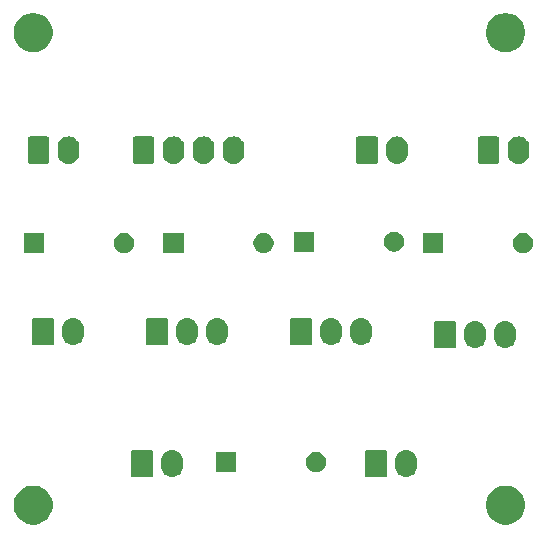
<source format=gbr>
G04 #@! TF.GenerationSoftware,KiCad,Pcbnew,(5.1.5-0-10_14)*
G04 #@! TF.CreationDate,2021-02-06T11:34:29+10:00*
G04 #@! TF.ProjectId,OH - Left Console 5 - Fuel Panel,4f48202d-204c-4656-9674-20436f6e736f,rev?*
G04 #@! TF.SameCoordinates,Original*
G04 #@! TF.FileFunction,Soldermask,Top*
G04 #@! TF.FilePolarity,Negative*
%FSLAX46Y46*%
G04 Gerber Fmt 4.6, Leading zero omitted, Abs format (unit mm)*
G04 Created by KiCad (PCBNEW (5.1.5-0-10_14)) date 2021-02-06 11:34:29*
%MOMM*%
%LPD*%
G04 APERTURE LIST*
%ADD10C,0.100000*%
G04 APERTURE END LIST*
D10*
G36*
X140375256Y-88391298D02*
G01*
X140481579Y-88412447D01*
X140782042Y-88536903D01*
X141052451Y-88717585D01*
X141282415Y-88947549D01*
X141463097Y-89217958D01*
X141587553Y-89518421D01*
X141651000Y-89837391D01*
X141651000Y-90162609D01*
X141587553Y-90481579D01*
X141463097Y-90782042D01*
X141282415Y-91052451D01*
X141052451Y-91282415D01*
X140782042Y-91463097D01*
X140481579Y-91587553D01*
X140375256Y-91608702D01*
X140162611Y-91651000D01*
X139837389Y-91651000D01*
X139624744Y-91608702D01*
X139518421Y-91587553D01*
X139217958Y-91463097D01*
X138947549Y-91282415D01*
X138717585Y-91052451D01*
X138536903Y-90782042D01*
X138412447Y-90481579D01*
X138349000Y-90162609D01*
X138349000Y-89837391D01*
X138412447Y-89518421D01*
X138536903Y-89217958D01*
X138717585Y-88947549D01*
X138947549Y-88717585D01*
X139217958Y-88536903D01*
X139518421Y-88412447D01*
X139624744Y-88391298D01*
X139837389Y-88349000D01*
X140162611Y-88349000D01*
X140375256Y-88391298D01*
G37*
G36*
X100375256Y-88391298D02*
G01*
X100481579Y-88412447D01*
X100782042Y-88536903D01*
X101052451Y-88717585D01*
X101282415Y-88947549D01*
X101463097Y-89217958D01*
X101587553Y-89518421D01*
X101651000Y-89837391D01*
X101651000Y-90162609D01*
X101587553Y-90481579D01*
X101463097Y-90782042D01*
X101282415Y-91052451D01*
X101052451Y-91282415D01*
X100782042Y-91463097D01*
X100481579Y-91587553D01*
X100375256Y-91608702D01*
X100162611Y-91651000D01*
X99837389Y-91651000D01*
X99624744Y-91608702D01*
X99518421Y-91587553D01*
X99217958Y-91463097D01*
X98947549Y-91282415D01*
X98717585Y-91052451D01*
X98536903Y-90782042D01*
X98412447Y-90481579D01*
X98349000Y-90162609D01*
X98349000Y-89837391D01*
X98412447Y-89518421D01*
X98536903Y-89217958D01*
X98717585Y-88947549D01*
X98947549Y-88717585D01*
X99217958Y-88536903D01*
X99518421Y-88412447D01*
X99624744Y-88391298D01*
X99837389Y-88349000D01*
X100162611Y-88349000D01*
X100375256Y-88391298D01*
G37*
G36*
X131752547Y-85349326D02*
G01*
X131926156Y-85401990D01*
X131926158Y-85401991D01*
X132086155Y-85487511D01*
X132226397Y-85602603D01*
X132305495Y-85698985D01*
X132341489Y-85742844D01*
X132427010Y-85902843D01*
X132479674Y-86076452D01*
X132493000Y-86211756D01*
X132493000Y-86762243D01*
X132479674Y-86897548D01*
X132427010Y-87071157D01*
X132341489Y-87231156D01*
X132305729Y-87274729D01*
X132226397Y-87371397D01*
X132129729Y-87450729D01*
X132086156Y-87486489D01*
X131926157Y-87572010D01*
X131752548Y-87624674D01*
X131572000Y-87642456D01*
X131391453Y-87624674D01*
X131217844Y-87572010D01*
X131057845Y-87486489D01*
X131014272Y-87450729D01*
X130917604Y-87371397D01*
X130802513Y-87231157D01*
X130802512Y-87231155D01*
X130716990Y-87071157D01*
X130664326Y-86897548D01*
X130651000Y-86762244D01*
X130651000Y-86211757D01*
X130664326Y-86076453D01*
X130716990Y-85902844D01*
X130802511Y-85742845D01*
X130802512Y-85742844D01*
X130917603Y-85602603D01*
X131043388Y-85499375D01*
X131057844Y-85487511D01*
X131217843Y-85401990D01*
X131391452Y-85349326D01*
X131572000Y-85331544D01*
X131752547Y-85349326D01*
G37*
G36*
X111940547Y-85349326D02*
G01*
X112114156Y-85401990D01*
X112114158Y-85401991D01*
X112274155Y-85487511D01*
X112414397Y-85602603D01*
X112493495Y-85698985D01*
X112529489Y-85742844D01*
X112615010Y-85902843D01*
X112667674Y-86076452D01*
X112681000Y-86211756D01*
X112681000Y-86762243D01*
X112667674Y-86897548D01*
X112615010Y-87071157D01*
X112529489Y-87231156D01*
X112493729Y-87274729D01*
X112414397Y-87371397D01*
X112317729Y-87450729D01*
X112274156Y-87486489D01*
X112114157Y-87572010D01*
X111940548Y-87624674D01*
X111760000Y-87642456D01*
X111579453Y-87624674D01*
X111405844Y-87572010D01*
X111245845Y-87486489D01*
X111202272Y-87450729D01*
X111105604Y-87371397D01*
X110990513Y-87231157D01*
X110990512Y-87231155D01*
X110904990Y-87071157D01*
X110852326Y-86897548D01*
X110839000Y-86762244D01*
X110839000Y-86211757D01*
X110852326Y-86076453D01*
X110904990Y-85902844D01*
X110990511Y-85742845D01*
X110990512Y-85742844D01*
X111105603Y-85602603D01*
X111231388Y-85499375D01*
X111245844Y-85487511D01*
X111405843Y-85401990D01*
X111579452Y-85349326D01*
X111760000Y-85331544D01*
X111940547Y-85349326D01*
G37*
G36*
X109999561Y-85339966D02*
G01*
X110032383Y-85349923D01*
X110062632Y-85366092D01*
X110089148Y-85387852D01*
X110110908Y-85414368D01*
X110127077Y-85444617D01*
X110137034Y-85477439D01*
X110141000Y-85517713D01*
X110141000Y-87456287D01*
X110137034Y-87496561D01*
X110127077Y-87529383D01*
X110110908Y-87559632D01*
X110089148Y-87586148D01*
X110062632Y-87607908D01*
X110032383Y-87624077D01*
X109999561Y-87634034D01*
X109959287Y-87638000D01*
X108480713Y-87638000D01*
X108440439Y-87634034D01*
X108407617Y-87624077D01*
X108377368Y-87607908D01*
X108350852Y-87586148D01*
X108329092Y-87559632D01*
X108312923Y-87529383D01*
X108302966Y-87496561D01*
X108299000Y-87456287D01*
X108299000Y-85517713D01*
X108302966Y-85477439D01*
X108312923Y-85444617D01*
X108329092Y-85414368D01*
X108350852Y-85387852D01*
X108377368Y-85366092D01*
X108407617Y-85349923D01*
X108440439Y-85339966D01*
X108480713Y-85336000D01*
X109959287Y-85336000D01*
X109999561Y-85339966D01*
G37*
G36*
X129811561Y-85339966D02*
G01*
X129844383Y-85349923D01*
X129874632Y-85366092D01*
X129901148Y-85387852D01*
X129922908Y-85414368D01*
X129939077Y-85444617D01*
X129949034Y-85477439D01*
X129953000Y-85517713D01*
X129953000Y-87456287D01*
X129949034Y-87496561D01*
X129939077Y-87529383D01*
X129922908Y-87559632D01*
X129901148Y-87586148D01*
X129874632Y-87607908D01*
X129844383Y-87624077D01*
X129811561Y-87634034D01*
X129771287Y-87638000D01*
X128292713Y-87638000D01*
X128252439Y-87634034D01*
X128219617Y-87624077D01*
X128189368Y-87607908D01*
X128162852Y-87586148D01*
X128141092Y-87559632D01*
X128124923Y-87529383D01*
X128114966Y-87496561D01*
X128111000Y-87456287D01*
X128111000Y-85517713D01*
X128114966Y-85477439D01*
X128124923Y-85444617D01*
X128141092Y-85414368D01*
X128162852Y-85387852D01*
X128189368Y-85366092D01*
X128219617Y-85349923D01*
X128252439Y-85339966D01*
X128292713Y-85336000D01*
X129771287Y-85336000D01*
X129811561Y-85339966D01*
G37*
G36*
X124200228Y-85541703D02*
G01*
X124355100Y-85605853D01*
X124494481Y-85698985D01*
X124613015Y-85817519D01*
X124706147Y-85956900D01*
X124770297Y-86111772D01*
X124803000Y-86276184D01*
X124803000Y-86443816D01*
X124770297Y-86608228D01*
X124706147Y-86763100D01*
X124613015Y-86902481D01*
X124494481Y-87021015D01*
X124355100Y-87114147D01*
X124200228Y-87178297D01*
X124035816Y-87211000D01*
X123868184Y-87211000D01*
X123703772Y-87178297D01*
X123548900Y-87114147D01*
X123409519Y-87021015D01*
X123290985Y-86902481D01*
X123197853Y-86763100D01*
X123133703Y-86608228D01*
X123101000Y-86443816D01*
X123101000Y-86276184D01*
X123133703Y-86111772D01*
X123197853Y-85956900D01*
X123290985Y-85817519D01*
X123409519Y-85698985D01*
X123548900Y-85605853D01*
X123703772Y-85541703D01*
X123868184Y-85509000D01*
X124035816Y-85509000D01*
X124200228Y-85541703D01*
G37*
G36*
X117183000Y-87211000D02*
G01*
X115481000Y-87211000D01*
X115481000Y-85509000D01*
X117183000Y-85509000D01*
X117183000Y-87211000D01*
G37*
G36*
X140134547Y-74427326D02*
G01*
X140308156Y-74479990D01*
X140308158Y-74479991D01*
X140468155Y-74565511D01*
X140608397Y-74680603D01*
X140646345Y-74726844D01*
X140723489Y-74820844D01*
X140809010Y-74980843D01*
X140861674Y-75154452D01*
X140875000Y-75289756D01*
X140875000Y-75840243D01*
X140861674Y-75975548D01*
X140809010Y-76149157D01*
X140723489Y-76309156D01*
X140694581Y-76344380D01*
X140608397Y-76449397D01*
X140511729Y-76528729D01*
X140468156Y-76564489D01*
X140308157Y-76650010D01*
X140134548Y-76702674D01*
X139954000Y-76720456D01*
X139773453Y-76702674D01*
X139599844Y-76650010D01*
X139439845Y-76564489D01*
X139396272Y-76528729D01*
X139299604Y-76449397D01*
X139184513Y-76309157D01*
X139184512Y-76309155D01*
X139098990Y-76149157D01*
X139046326Y-75975548D01*
X139033000Y-75840244D01*
X139033000Y-75289757D01*
X139046326Y-75154453D01*
X139098990Y-74980844D01*
X139184511Y-74820845D01*
X139184512Y-74820844D01*
X139299603Y-74680603D01*
X139438219Y-74566845D01*
X139439844Y-74565511D01*
X139599843Y-74479990D01*
X139773452Y-74427326D01*
X139954000Y-74409544D01*
X140134547Y-74427326D01*
G37*
G36*
X137594547Y-74427326D02*
G01*
X137768156Y-74479990D01*
X137768158Y-74479991D01*
X137928155Y-74565511D01*
X138068397Y-74680603D01*
X138106345Y-74726844D01*
X138183489Y-74820844D01*
X138269010Y-74980843D01*
X138321674Y-75154452D01*
X138335000Y-75289756D01*
X138335000Y-75840243D01*
X138321674Y-75975548D01*
X138269010Y-76149157D01*
X138183489Y-76309156D01*
X138154581Y-76344380D01*
X138068397Y-76449397D01*
X137971729Y-76528729D01*
X137928156Y-76564489D01*
X137768157Y-76650010D01*
X137594548Y-76702674D01*
X137414000Y-76720456D01*
X137233453Y-76702674D01*
X137059844Y-76650010D01*
X136899845Y-76564489D01*
X136856272Y-76528729D01*
X136759604Y-76449397D01*
X136644513Y-76309157D01*
X136644512Y-76309155D01*
X136558990Y-76149157D01*
X136506326Y-75975548D01*
X136493000Y-75840244D01*
X136493000Y-75289757D01*
X136506326Y-75154453D01*
X136558990Y-74980844D01*
X136644511Y-74820845D01*
X136644512Y-74820844D01*
X136759603Y-74680603D01*
X136898219Y-74566845D01*
X136899844Y-74565511D01*
X137059843Y-74479990D01*
X137233452Y-74427326D01*
X137414000Y-74409544D01*
X137594547Y-74427326D01*
G37*
G36*
X135653561Y-74417966D02*
G01*
X135686383Y-74427923D01*
X135716632Y-74444092D01*
X135743148Y-74465852D01*
X135764908Y-74492368D01*
X135781077Y-74522617D01*
X135791034Y-74555439D01*
X135795000Y-74595713D01*
X135795000Y-76534287D01*
X135791034Y-76574561D01*
X135781077Y-76607383D01*
X135764908Y-76637632D01*
X135743148Y-76664148D01*
X135716632Y-76685908D01*
X135686383Y-76702077D01*
X135653561Y-76712034D01*
X135613287Y-76716000D01*
X134134713Y-76716000D01*
X134094439Y-76712034D01*
X134061617Y-76702077D01*
X134031368Y-76685908D01*
X134004852Y-76664148D01*
X133983092Y-76637632D01*
X133966923Y-76607383D01*
X133956966Y-76574561D01*
X133953000Y-76534287D01*
X133953000Y-74595713D01*
X133956966Y-74555439D01*
X133966923Y-74522617D01*
X133983092Y-74492368D01*
X134004852Y-74465852D01*
X134031368Y-74444092D01*
X134061617Y-74427923D01*
X134094439Y-74417966D01*
X134134713Y-74414000D01*
X135613287Y-74414000D01*
X135653561Y-74417966D01*
G37*
G36*
X125402547Y-74173326D02*
G01*
X125576156Y-74225990D01*
X125576158Y-74225991D01*
X125736155Y-74311511D01*
X125876397Y-74426603D01*
X125929668Y-74491515D01*
X125991489Y-74566844D01*
X126077010Y-74726843D01*
X126129674Y-74900452D01*
X126143000Y-75035756D01*
X126143000Y-75586243D01*
X126129674Y-75721548D01*
X126077010Y-75895157D01*
X125991489Y-76055156D01*
X125955729Y-76098729D01*
X125876397Y-76195397D01*
X125779729Y-76274729D01*
X125736156Y-76310489D01*
X125576157Y-76396010D01*
X125402548Y-76448674D01*
X125222000Y-76466456D01*
X125041453Y-76448674D01*
X124867844Y-76396010D01*
X124707845Y-76310489D01*
X124664272Y-76274729D01*
X124567604Y-76195397D01*
X124452513Y-76055157D01*
X124452512Y-76055155D01*
X124366990Y-75895157D01*
X124314326Y-75721548D01*
X124301000Y-75586244D01*
X124301000Y-75035757D01*
X124314326Y-74900453D01*
X124366990Y-74726844D01*
X124452511Y-74566845D01*
X124481419Y-74531620D01*
X124567603Y-74426603D01*
X124693388Y-74323375D01*
X124707844Y-74311511D01*
X124867843Y-74225990D01*
X125041452Y-74173326D01*
X125222000Y-74155544D01*
X125402547Y-74173326D01*
G37*
G36*
X127942547Y-74173326D02*
G01*
X128116156Y-74225990D01*
X128116158Y-74225991D01*
X128276155Y-74311511D01*
X128416397Y-74426603D01*
X128469668Y-74491515D01*
X128531489Y-74566844D01*
X128617010Y-74726843D01*
X128669674Y-74900452D01*
X128683000Y-75035756D01*
X128683000Y-75586243D01*
X128669674Y-75721548D01*
X128617010Y-75895157D01*
X128531489Y-76055156D01*
X128495729Y-76098729D01*
X128416397Y-76195397D01*
X128319729Y-76274729D01*
X128276156Y-76310489D01*
X128116157Y-76396010D01*
X127942548Y-76448674D01*
X127762000Y-76466456D01*
X127581453Y-76448674D01*
X127407844Y-76396010D01*
X127247845Y-76310489D01*
X127204272Y-76274729D01*
X127107604Y-76195397D01*
X126992513Y-76055157D01*
X126992512Y-76055155D01*
X126906990Y-75895157D01*
X126854326Y-75721548D01*
X126841000Y-75586244D01*
X126841000Y-75035757D01*
X126854326Y-74900453D01*
X126906990Y-74726844D01*
X126992511Y-74566845D01*
X127021419Y-74531620D01*
X127107603Y-74426603D01*
X127233388Y-74323375D01*
X127247844Y-74311511D01*
X127407843Y-74225990D01*
X127581452Y-74173326D01*
X127762000Y-74155544D01*
X127942547Y-74173326D01*
G37*
G36*
X103558547Y-74173326D02*
G01*
X103732156Y-74225990D01*
X103732158Y-74225991D01*
X103892155Y-74311511D01*
X104032397Y-74426603D01*
X104085668Y-74491515D01*
X104147489Y-74566844D01*
X104233010Y-74726843D01*
X104285674Y-74900452D01*
X104299000Y-75035756D01*
X104299000Y-75586243D01*
X104285674Y-75721548D01*
X104233010Y-75895157D01*
X104147489Y-76055156D01*
X104111729Y-76098729D01*
X104032397Y-76195397D01*
X103935729Y-76274729D01*
X103892156Y-76310489D01*
X103732157Y-76396010D01*
X103558548Y-76448674D01*
X103378000Y-76466456D01*
X103197453Y-76448674D01*
X103023844Y-76396010D01*
X102863845Y-76310489D01*
X102820272Y-76274729D01*
X102723604Y-76195397D01*
X102608513Y-76055157D01*
X102608512Y-76055155D01*
X102522990Y-75895157D01*
X102470326Y-75721548D01*
X102457000Y-75586244D01*
X102457000Y-75035757D01*
X102470326Y-74900453D01*
X102522990Y-74726844D01*
X102608511Y-74566845D01*
X102637419Y-74531620D01*
X102723603Y-74426603D01*
X102849388Y-74323375D01*
X102863844Y-74311511D01*
X103023843Y-74225990D01*
X103197452Y-74173326D01*
X103378000Y-74155544D01*
X103558547Y-74173326D01*
G37*
G36*
X113210547Y-74173326D02*
G01*
X113384156Y-74225990D01*
X113384158Y-74225991D01*
X113544155Y-74311511D01*
X113684397Y-74426603D01*
X113737668Y-74491515D01*
X113799489Y-74566844D01*
X113885010Y-74726843D01*
X113937674Y-74900452D01*
X113951000Y-75035756D01*
X113951000Y-75586243D01*
X113937674Y-75721548D01*
X113885010Y-75895157D01*
X113799489Y-76055156D01*
X113763729Y-76098729D01*
X113684397Y-76195397D01*
X113587729Y-76274729D01*
X113544156Y-76310489D01*
X113384157Y-76396010D01*
X113210548Y-76448674D01*
X113030000Y-76466456D01*
X112849453Y-76448674D01*
X112675844Y-76396010D01*
X112515845Y-76310489D01*
X112472272Y-76274729D01*
X112375604Y-76195397D01*
X112260513Y-76055157D01*
X112260512Y-76055155D01*
X112174990Y-75895157D01*
X112122326Y-75721548D01*
X112109000Y-75586244D01*
X112109000Y-75035757D01*
X112122326Y-74900453D01*
X112174990Y-74726844D01*
X112260511Y-74566845D01*
X112289419Y-74531620D01*
X112375603Y-74426603D01*
X112501388Y-74323375D01*
X112515844Y-74311511D01*
X112675843Y-74225990D01*
X112849452Y-74173326D01*
X113030000Y-74155544D01*
X113210547Y-74173326D01*
G37*
G36*
X115750547Y-74173326D02*
G01*
X115924156Y-74225990D01*
X115924158Y-74225991D01*
X116084155Y-74311511D01*
X116224397Y-74426603D01*
X116277668Y-74491515D01*
X116339489Y-74566844D01*
X116425010Y-74726843D01*
X116477674Y-74900452D01*
X116491000Y-75035756D01*
X116491000Y-75586243D01*
X116477674Y-75721548D01*
X116425010Y-75895157D01*
X116339489Y-76055156D01*
X116303729Y-76098729D01*
X116224397Y-76195397D01*
X116127729Y-76274729D01*
X116084156Y-76310489D01*
X115924157Y-76396010D01*
X115750548Y-76448674D01*
X115570000Y-76466456D01*
X115389453Y-76448674D01*
X115215844Y-76396010D01*
X115055845Y-76310489D01*
X115012272Y-76274729D01*
X114915604Y-76195397D01*
X114800513Y-76055157D01*
X114800512Y-76055155D01*
X114714990Y-75895157D01*
X114662326Y-75721548D01*
X114649000Y-75586244D01*
X114649000Y-75035757D01*
X114662326Y-74900453D01*
X114714990Y-74726844D01*
X114800511Y-74566845D01*
X114829419Y-74531620D01*
X114915603Y-74426603D01*
X115041388Y-74323375D01*
X115055844Y-74311511D01*
X115215843Y-74225990D01*
X115389452Y-74173326D01*
X115570000Y-74155544D01*
X115750547Y-74173326D01*
G37*
G36*
X111269561Y-74163966D02*
G01*
X111302383Y-74173923D01*
X111332632Y-74190092D01*
X111359148Y-74211852D01*
X111380908Y-74238368D01*
X111397077Y-74268617D01*
X111407034Y-74301439D01*
X111411000Y-74341713D01*
X111411000Y-76280287D01*
X111407034Y-76320561D01*
X111397077Y-76353383D01*
X111380908Y-76383632D01*
X111359148Y-76410148D01*
X111332632Y-76431908D01*
X111302383Y-76448077D01*
X111269561Y-76458034D01*
X111229287Y-76462000D01*
X109750713Y-76462000D01*
X109710439Y-76458034D01*
X109677617Y-76448077D01*
X109647368Y-76431908D01*
X109620852Y-76410148D01*
X109599092Y-76383632D01*
X109582923Y-76353383D01*
X109572966Y-76320561D01*
X109569000Y-76280287D01*
X109569000Y-74341713D01*
X109572966Y-74301439D01*
X109582923Y-74268617D01*
X109599092Y-74238368D01*
X109620852Y-74211852D01*
X109647368Y-74190092D01*
X109677617Y-74173923D01*
X109710439Y-74163966D01*
X109750713Y-74160000D01*
X111229287Y-74160000D01*
X111269561Y-74163966D01*
G37*
G36*
X101617561Y-74163966D02*
G01*
X101650383Y-74173923D01*
X101680632Y-74190092D01*
X101707148Y-74211852D01*
X101728908Y-74238368D01*
X101745077Y-74268617D01*
X101755034Y-74301439D01*
X101759000Y-74341713D01*
X101759000Y-76280287D01*
X101755034Y-76320561D01*
X101745077Y-76353383D01*
X101728908Y-76383632D01*
X101707148Y-76410148D01*
X101680632Y-76431908D01*
X101650383Y-76448077D01*
X101617561Y-76458034D01*
X101577287Y-76462000D01*
X100098713Y-76462000D01*
X100058439Y-76458034D01*
X100025617Y-76448077D01*
X99995368Y-76431908D01*
X99968852Y-76410148D01*
X99947092Y-76383632D01*
X99930923Y-76353383D01*
X99920966Y-76320561D01*
X99917000Y-76280287D01*
X99917000Y-74341713D01*
X99920966Y-74301439D01*
X99930923Y-74268617D01*
X99947092Y-74238368D01*
X99968852Y-74211852D01*
X99995368Y-74190092D01*
X100025617Y-74173923D01*
X100058439Y-74163966D01*
X100098713Y-74160000D01*
X101577287Y-74160000D01*
X101617561Y-74163966D01*
G37*
G36*
X123461561Y-74163966D02*
G01*
X123494383Y-74173923D01*
X123524632Y-74190092D01*
X123551148Y-74211852D01*
X123572908Y-74238368D01*
X123589077Y-74268617D01*
X123599034Y-74301439D01*
X123603000Y-74341713D01*
X123603000Y-76280287D01*
X123599034Y-76320561D01*
X123589077Y-76353383D01*
X123572908Y-76383632D01*
X123551148Y-76410148D01*
X123524632Y-76431908D01*
X123494383Y-76448077D01*
X123461561Y-76458034D01*
X123421287Y-76462000D01*
X121942713Y-76462000D01*
X121902439Y-76458034D01*
X121869617Y-76448077D01*
X121839368Y-76431908D01*
X121812852Y-76410148D01*
X121791092Y-76383632D01*
X121774923Y-76353383D01*
X121764966Y-76320561D01*
X121761000Y-76280287D01*
X121761000Y-74341713D01*
X121764966Y-74301439D01*
X121774923Y-74268617D01*
X121791092Y-74238368D01*
X121812852Y-74211852D01*
X121839368Y-74190092D01*
X121869617Y-74173923D01*
X121902439Y-74163966D01*
X121942713Y-74160000D01*
X123421287Y-74160000D01*
X123461561Y-74163966D01*
G37*
G36*
X134709000Y-68669000D02*
G01*
X133007000Y-68669000D01*
X133007000Y-66967000D01*
X134709000Y-66967000D01*
X134709000Y-68669000D01*
G37*
G36*
X112738000Y-68669000D02*
G01*
X111036000Y-68669000D01*
X111036000Y-66967000D01*
X112738000Y-66967000D01*
X112738000Y-68669000D01*
G37*
G36*
X119755228Y-66999703D02*
G01*
X119910100Y-67063853D01*
X120049481Y-67156985D01*
X120168015Y-67275519D01*
X120261147Y-67414900D01*
X120325297Y-67569772D01*
X120358000Y-67734184D01*
X120358000Y-67901816D01*
X120325297Y-68066228D01*
X120261147Y-68221100D01*
X120168015Y-68360481D01*
X120049481Y-68479015D01*
X119910100Y-68572147D01*
X119755228Y-68636297D01*
X119590816Y-68669000D01*
X119423184Y-68669000D01*
X119258772Y-68636297D01*
X119103900Y-68572147D01*
X118964519Y-68479015D01*
X118845985Y-68360481D01*
X118752853Y-68221100D01*
X118688703Y-68066228D01*
X118656000Y-67901816D01*
X118656000Y-67734184D01*
X118688703Y-67569772D01*
X118752853Y-67414900D01*
X118845985Y-67275519D01*
X118964519Y-67156985D01*
X119103900Y-67063853D01*
X119258772Y-66999703D01*
X119423184Y-66967000D01*
X119590816Y-66967000D01*
X119755228Y-66999703D01*
G37*
G36*
X100927000Y-68669000D02*
G01*
X99225000Y-68669000D01*
X99225000Y-66967000D01*
X100927000Y-66967000D01*
X100927000Y-68669000D01*
G37*
G36*
X107944228Y-66999703D02*
G01*
X108099100Y-67063853D01*
X108238481Y-67156985D01*
X108357015Y-67275519D01*
X108450147Y-67414900D01*
X108514297Y-67569772D01*
X108547000Y-67734184D01*
X108547000Y-67901816D01*
X108514297Y-68066228D01*
X108450147Y-68221100D01*
X108357015Y-68360481D01*
X108238481Y-68479015D01*
X108099100Y-68572147D01*
X107944228Y-68636297D01*
X107779816Y-68669000D01*
X107612184Y-68669000D01*
X107447772Y-68636297D01*
X107292900Y-68572147D01*
X107153519Y-68479015D01*
X107034985Y-68360481D01*
X106941853Y-68221100D01*
X106877703Y-68066228D01*
X106845000Y-67901816D01*
X106845000Y-67734184D01*
X106877703Y-67569772D01*
X106941853Y-67414900D01*
X107034985Y-67275519D01*
X107153519Y-67156985D01*
X107292900Y-67063853D01*
X107447772Y-66999703D01*
X107612184Y-66967000D01*
X107779816Y-66967000D01*
X107944228Y-66999703D01*
G37*
G36*
X141726228Y-66999703D02*
G01*
X141881100Y-67063853D01*
X142020481Y-67156985D01*
X142139015Y-67275519D01*
X142232147Y-67414900D01*
X142296297Y-67569772D01*
X142329000Y-67734184D01*
X142329000Y-67901816D01*
X142296297Y-68066228D01*
X142232147Y-68221100D01*
X142139015Y-68360481D01*
X142020481Y-68479015D01*
X141881100Y-68572147D01*
X141726228Y-68636297D01*
X141561816Y-68669000D01*
X141394184Y-68669000D01*
X141229772Y-68636297D01*
X141074900Y-68572147D01*
X140935519Y-68479015D01*
X140816985Y-68360481D01*
X140723853Y-68221100D01*
X140659703Y-68066228D01*
X140627000Y-67901816D01*
X140627000Y-67734184D01*
X140659703Y-67569772D01*
X140723853Y-67414900D01*
X140816985Y-67275519D01*
X140935519Y-67156985D01*
X141074900Y-67063853D01*
X141229772Y-66999703D01*
X141394184Y-66967000D01*
X141561816Y-66967000D01*
X141726228Y-66999703D01*
G37*
G36*
X123787000Y-68542000D02*
G01*
X122085000Y-68542000D01*
X122085000Y-66840000D01*
X123787000Y-66840000D01*
X123787000Y-68542000D01*
G37*
G36*
X130804228Y-66872703D02*
G01*
X130959100Y-66936853D01*
X131098481Y-67029985D01*
X131217015Y-67148519D01*
X131310147Y-67287900D01*
X131374297Y-67442772D01*
X131407000Y-67607184D01*
X131407000Y-67774816D01*
X131374297Y-67939228D01*
X131310147Y-68094100D01*
X131217015Y-68233481D01*
X131098481Y-68352015D01*
X130959100Y-68445147D01*
X130804228Y-68509297D01*
X130639816Y-68542000D01*
X130472184Y-68542000D01*
X130307772Y-68509297D01*
X130152900Y-68445147D01*
X130013519Y-68352015D01*
X129894985Y-68233481D01*
X129801853Y-68094100D01*
X129737703Y-67939228D01*
X129705000Y-67774816D01*
X129705000Y-67607184D01*
X129737703Y-67442772D01*
X129801853Y-67287900D01*
X129894985Y-67148519D01*
X130013519Y-67029985D01*
X130152900Y-66936853D01*
X130307772Y-66872703D01*
X130472184Y-66840000D01*
X130639816Y-66840000D01*
X130804228Y-66872703D01*
G37*
G36*
X112067547Y-58806326D02*
G01*
X112241156Y-58858990D01*
X112241158Y-58858991D01*
X112401155Y-58944511D01*
X112541397Y-59059603D01*
X112620729Y-59156271D01*
X112656489Y-59199844D01*
X112742010Y-59359843D01*
X112794674Y-59533452D01*
X112808000Y-59668756D01*
X112808000Y-60219243D01*
X112794674Y-60354548D01*
X112742010Y-60528157D01*
X112656489Y-60688156D01*
X112620729Y-60731729D01*
X112541397Y-60828397D01*
X112444729Y-60907729D01*
X112401156Y-60943489D01*
X112241157Y-61029010D01*
X112067548Y-61081674D01*
X111887000Y-61099456D01*
X111706453Y-61081674D01*
X111532844Y-61029010D01*
X111372845Y-60943489D01*
X111329272Y-60907729D01*
X111232604Y-60828397D01*
X111117513Y-60688157D01*
X111117512Y-60688155D01*
X111031990Y-60528157D01*
X110979326Y-60354548D01*
X110966000Y-60219244D01*
X110966000Y-59668757D01*
X110979326Y-59533453D01*
X111031990Y-59359844D01*
X111117511Y-59199845D01*
X111117512Y-59199844D01*
X111232603Y-59059603D01*
X111358388Y-58956375D01*
X111372844Y-58944511D01*
X111532843Y-58858990D01*
X111706452Y-58806326D01*
X111887000Y-58788544D01*
X112067547Y-58806326D01*
G37*
G36*
X103177547Y-58806326D02*
G01*
X103351156Y-58858990D01*
X103351158Y-58858991D01*
X103511155Y-58944511D01*
X103651397Y-59059603D01*
X103730729Y-59156271D01*
X103766489Y-59199844D01*
X103852010Y-59359843D01*
X103904674Y-59533452D01*
X103918000Y-59668756D01*
X103918000Y-60219243D01*
X103904674Y-60354548D01*
X103852010Y-60528157D01*
X103766489Y-60688156D01*
X103730729Y-60731729D01*
X103651397Y-60828397D01*
X103554729Y-60907729D01*
X103511156Y-60943489D01*
X103351157Y-61029010D01*
X103177548Y-61081674D01*
X102997000Y-61099456D01*
X102816453Y-61081674D01*
X102642844Y-61029010D01*
X102482845Y-60943489D01*
X102439272Y-60907729D01*
X102342604Y-60828397D01*
X102227513Y-60688157D01*
X102227512Y-60688155D01*
X102141990Y-60528157D01*
X102089326Y-60354548D01*
X102076000Y-60219244D01*
X102076000Y-59668757D01*
X102089326Y-59533453D01*
X102141990Y-59359844D01*
X102227511Y-59199845D01*
X102227512Y-59199844D01*
X102342603Y-59059603D01*
X102468388Y-58956375D01*
X102482844Y-58944511D01*
X102642843Y-58858990D01*
X102816452Y-58806326D01*
X102997000Y-58788544D01*
X103177547Y-58806326D01*
G37*
G36*
X114607547Y-58806326D02*
G01*
X114781156Y-58858990D01*
X114781158Y-58858991D01*
X114941155Y-58944511D01*
X115081397Y-59059603D01*
X115160729Y-59156271D01*
X115196489Y-59199844D01*
X115282010Y-59359843D01*
X115334674Y-59533452D01*
X115348000Y-59668756D01*
X115348000Y-60219243D01*
X115334674Y-60354548D01*
X115282010Y-60528157D01*
X115196489Y-60688156D01*
X115160729Y-60731729D01*
X115081397Y-60828397D01*
X114984729Y-60907729D01*
X114941156Y-60943489D01*
X114781157Y-61029010D01*
X114607548Y-61081674D01*
X114427000Y-61099456D01*
X114246453Y-61081674D01*
X114072844Y-61029010D01*
X113912845Y-60943489D01*
X113869272Y-60907729D01*
X113772604Y-60828397D01*
X113657513Y-60688157D01*
X113657512Y-60688155D01*
X113571990Y-60528157D01*
X113519326Y-60354548D01*
X113506000Y-60219244D01*
X113506000Y-59668757D01*
X113519326Y-59533453D01*
X113571990Y-59359844D01*
X113657511Y-59199845D01*
X113657512Y-59199844D01*
X113772603Y-59059603D01*
X113898388Y-58956375D01*
X113912844Y-58944511D01*
X114072843Y-58858990D01*
X114246452Y-58806326D01*
X114427000Y-58788544D01*
X114607547Y-58806326D01*
G37*
G36*
X117147547Y-58806326D02*
G01*
X117321156Y-58858990D01*
X117321158Y-58858991D01*
X117481155Y-58944511D01*
X117621397Y-59059603D01*
X117700729Y-59156271D01*
X117736489Y-59199844D01*
X117822010Y-59359843D01*
X117874674Y-59533452D01*
X117888000Y-59668756D01*
X117888000Y-60219243D01*
X117874674Y-60354548D01*
X117822010Y-60528157D01*
X117736489Y-60688156D01*
X117700729Y-60731729D01*
X117621397Y-60828397D01*
X117524729Y-60907729D01*
X117481156Y-60943489D01*
X117321157Y-61029010D01*
X117147548Y-61081674D01*
X116967000Y-61099456D01*
X116786453Y-61081674D01*
X116612844Y-61029010D01*
X116452845Y-60943489D01*
X116409272Y-60907729D01*
X116312604Y-60828397D01*
X116197513Y-60688157D01*
X116197512Y-60688155D01*
X116111990Y-60528157D01*
X116059326Y-60354548D01*
X116046000Y-60219244D01*
X116046000Y-59668757D01*
X116059326Y-59533453D01*
X116111990Y-59359844D01*
X116197511Y-59199845D01*
X116197512Y-59199844D01*
X116312603Y-59059603D01*
X116438388Y-58956375D01*
X116452844Y-58944511D01*
X116612843Y-58858990D01*
X116786452Y-58806326D01*
X116967000Y-58788544D01*
X117147547Y-58806326D01*
G37*
G36*
X130990547Y-58806326D02*
G01*
X131164156Y-58858990D01*
X131164158Y-58858991D01*
X131324155Y-58944511D01*
X131464397Y-59059603D01*
X131543729Y-59156271D01*
X131579489Y-59199844D01*
X131665010Y-59359843D01*
X131717674Y-59533452D01*
X131731000Y-59668756D01*
X131731000Y-60219243D01*
X131717674Y-60354548D01*
X131665010Y-60528157D01*
X131579489Y-60688156D01*
X131543729Y-60731729D01*
X131464397Y-60828397D01*
X131367729Y-60907729D01*
X131324156Y-60943489D01*
X131164157Y-61029010D01*
X130990548Y-61081674D01*
X130810000Y-61099456D01*
X130629453Y-61081674D01*
X130455844Y-61029010D01*
X130295845Y-60943489D01*
X130252272Y-60907729D01*
X130155604Y-60828397D01*
X130040513Y-60688157D01*
X130040512Y-60688155D01*
X129954990Y-60528157D01*
X129902326Y-60354548D01*
X129889000Y-60219244D01*
X129889000Y-59668757D01*
X129902326Y-59533453D01*
X129954990Y-59359844D01*
X130040511Y-59199845D01*
X130040512Y-59199844D01*
X130155603Y-59059603D01*
X130281388Y-58956375D01*
X130295844Y-58944511D01*
X130455843Y-58858990D01*
X130629452Y-58806326D01*
X130810000Y-58788544D01*
X130990547Y-58806326D01*
G37*
G36*
X141277547Y-58806326D02*
G01*
X141451156Y-58858990D01*
X141451158Y-58858991D01*
X141611155Y-58944511D01*
X141751397Y-59059603D01*
X141830729Y-59156271D01*
X141866489Y-59199844D01*
X141952010Y-59359843D01*
X142004674Y-59533452D01*
X142018000Y-59668756D01*
X142018000Y-60219243D01*
X142004674Y-60354548D01*
X141952010Y-60528157D01*
X141866489Y-60688156D01*
X141830729Y-60731729D01*
X141751397Y-60828397D01*
X141654729Y-60907729D01*
X141611156Y-60943489D01*
X141451157Y-61029010D01*
X141277548Y-61081674D01*
X141097000Y-61099456D01*
X140916453Y-61081674D01*
X140742844Y-61029010D01*
X140582845Y-60943489D01*
X140539272Y-60907729D01*
X140442604Y-60828397D01*
X140327513Y-60688157D01*
X140327512Y-60688155D01*
X140241990Y-60528157D01*
X140189326Y-60354548D01*
X140176000Y-60219244D01*
X140176000Y-59668757D01*
X140189326Y-59533453D01*
X140241990Y-59359844D01*
X140327511Y-59199845D01*
X140327512Y-59199844D01*
X140442603Y-59059603D01*
X140568388Y-58956375D01*
X140582844Y-58944511D01*
X140742843Y-58858990D01*
X140916452Y-58806326D01*
X141097000Y-58788544D01*
X141277547Y-58806326D01*
G37*
G36*
X139336561Y-58796966D02*
G01*
X139369383Y-58806923D01*
X139399632Y-58823092D01*
X139426148Y-58844852D01*
X139447908Y-58871368D01*
X139464077Y-58901617D01*
X139474034Y-58934439D01*
X139478000Y-58974713D01*
X139478000Y-60913287D01*
X139474034Y-60953561D01*
X139464077Y-60986383D01*
X139447908Y-61016632D01*
X139426148Y-61043148D01*
X139399632Y-61064908D01*
X139369383Y-61081077D01*
X139336561Y-61091034D01*
X139296287Y-61095000D01*
X137817713Y-61095000D01*
X137777439Y-61091034D01*
X137744617Y-61081077D01*
X137714368Y-61064908D01*
X137687852Y-61043148D01*
X137666092Y-61016632D01*
X137649923Y-60986383D01*
X137639966Y-60953561D01*
X137636000Y-60913287D01*
X137636000Y-58974713D01*
X137639966Y-58934439D01*
X137649923Y-58901617D01*
X137666092Y-58871368D01*
X137687852Y-58844852D01*
X137714368Y-58823092D01*
X137744617Y-58806923D01*
X137777439Y-58796966D01*
X137817713Y-58793000D01*
X139296287Y-58793000D01*
X139336561Y-58796966D01*
G37*
G36*
X129049561Y-58796966D02*
G01*
X129082383Y-58806923D01*
X129112632Y-58823092D01*
X129139148Y-58844852D01*
X129160908Y-58871368D01*
X129177077Y-58901617D01*
X129187034Y-58934439D01*
X129191000Y-58974713D01*
X129191000Y-60913287D01*
X129187034Y-60953561D01*
X129177077Y-60986383D01*
X129160908Y-61016632D01*
X129139148Y-61043148D01*
X129112632Y-61064908D01*
X129082383Y-61081077D01*
X129049561Y-61091034D01*
X129009287Y-61095000D01*
X127530713Y-61095000D01*
X127490439Y-61091034D01*
X127457617Y-61081077D01*
X127427368Y-61064908D01*
X127400852Y-61043148D01*
X127379092Y-61016632D01*
X127362923Y-60986383D01*
X127352966Y-60953561D01*
X127349000Y-60913287D01*
X127349000Y-58974713D01*
X127352966Y-58934439D01*
X127362923Y-58901617D01*
X127379092Y-58871368D01*
X127400852Y-58844852D01*
X127427368Y-58823092D01*
X127457617Y-58806923D01*
X127490439Y-58796966D01*
X127530713Y-58793000D01*
X129009287Y-58793000D01*
X129049561Y-58796966D01*
G37*
G36*
X101236561Y-58796966D02*
G01*
X101269383Y-58806923D01*
X101299632Y-58823092D01*
X101326148Y-58844852D01*
X101347908Y-58871368D01*
X101364077Y-58901617D01*
X101374034Y-58934439D01*
X101378000Y-58974713D01*
X101378000Y-60913287D01*
X101374034Y-60953561D01*
X101364077Y-60986383D01*
X101347908Y-61016632D01*
X101326148Y-61043148D01*
X101299632Y-61064908D01*
X101269383Y-61081077D01*
X101236561Y-61091034D01*
X101196287Y-61095000D01*
X99717713Y-61095000D01*
X99677439Y-61091034D01*
X99644617Y-61081077D01*
X99614368Y-61064908D01*
X99587852Y-61043148D01*
X99566092Y-61016632D01*
X99549923Y-60986383D01*
X99539966Y-60953561D01*
X99536000Y-60913287D01*
X99536000Y-58974713D01*
X99539966Y-58934439D01*
X99549923Y-58901617D01*
X99566092Y-58871368D01*
X99587852Y-58844852D01*
X99614368Y-58823092D01*
X99644617Y-58806923D01*
X99677439Y-58796966D01*
X99717713Y-58793000D01*
X101196287Y-58793000D01*
X101236561Y-58796966D01*
G37*
G36*
X110126561Y-58796966D02*
G01*
X110159383Y-58806923D01*
X110189632Y-58823092D01*
X110216148Y-58844852D01*
X110237908Y-58871368D01*
X110254077Y-58901617D01*
X110264034Y-58934439D01*
X110268000Y-58974713D01*
X110268000Y-60913287D01*
X110264034Y-60953561D01*
X110254077Y-60986383D01*
X110237908Y-61016632D01*
X110216148Y-61043148D01*
X110189632Y-61064908D01*
X110159383Y-61081077D01*
X110126561Y-61091034D01*
X110086287Y-61095000D01*
X108607713Y-61095000D01*
X108567439Y-61091034D01*
X108534617Y-61081077D01*
X108504368Y-61064908D01*
X108477852Y-61043148D01*
X108456092Y-61016632D01*
X108439923Y-60986383D01*
X108429966Y-60953561D01*
X108426000Y-60913287D01*
X108426000Y-58974713D01*
X108429966Y-58934439D01*
X108439923Y-58901617D01*
X108456092Y-58871368D01*
X108477852Y-58844852D01*
X108504368Y-58823092D01*
X108534617Y-58806923D01*
X108567439Y-58796966D01*
X108607713Y-58793000D01*
X110086287Y-58793000D01*
X110126561Y-58796966D01*
G37*
G36*
X140375256Y-48391298D02*
G01*
X140481579Y-48412447D01*
X140782042Y-48536903D01*
X141052451Y-48717585D01*
X141282415Y-48947549D01*
X141463097Y-49217958D01*
X141587553Y-49518421D01*
X141651000Y-49837391D01*
X141651000Y-50162609D01*
X141587553Y-50481579D01*
X141463097Y-50782042D01*
X141282415Y-51052451D01*
X141052451Y-51282415D01*
X140782042Y-51463097D01*
X140481579Y-51587553D01*
X140375256Y-51608702D01*
X140162611Y-51651000D01*
X139837389Y-51651000D01*
X139624744Y-51608702D01*
X139518421Y-51587553D01*
X139217958Y-51463097D01*
X138947549Y-51282415D01*
X138717585Y-51052451D01*
X138536903Y-50782042D01*
X138412447Y-50481579D01*
X138349000Y-50162609D01*
X138349000Y-49837391D01*
X138412447Y-49518421D01*
X138536903Y-49217958D01*
X138717585Y-48947549D01*
X138947549Y-48717585D01*
X139217958Y-48536903D01*
X139518421Y-48412447D01*
X139624744Y-48391298D01*
X139837389Y-48349000D01*
X140162611Y-48349000D01*
X140375256Y-48391298D01*
G37*
G36*
X100375256Y-48391298D02*
G01*
X100481579Y-48412447D01*
X100782042Y-48536903D01*
X101052451Y-48717585D01*
X101282415Y-48947549D01*
X101463097Y-49217958D01*
X101587553Y-49518421D01*
X101651000Y-49837391D01*
X101651000Y-50162609D01*
X101587553Y-50481579D01*
X101463097Y-50782042D01*
X101282415Y-51052451D01*
X101052451Y-51282415D01*
X100782042Y-51463097D01*
X100481579Y-51587553D01*
X100375256Y-51608702D01*
X100162611Y-51651000D01*
X99837389Y-51651000D01*
X99624744Y-51608702D01*
X99518421Y-51587553D01*
X99217958Y-51463097D01*
X98947549Y-51282415D01*
X98717585Y-51052451D01*
X98536903Y-50782042D01*
X98412447Y-50481579D01*
X98349000Y-50162609D01*
X98349000Y-49837391D01*
X98412447Y-49518421D01*
X98536903Y-49217958D01*
X98717585Y-48947549D01*
X98947549Y-48717585D01*
X99217958Y-48536903D01*
X99518421Y-48412447D01*
X99624744Y-48391298D01*
X99837389Y-48349000D01*
X100162611Y-48349000D01*
X100375256Y-48391298D01*
G37*
M02*

</source>
